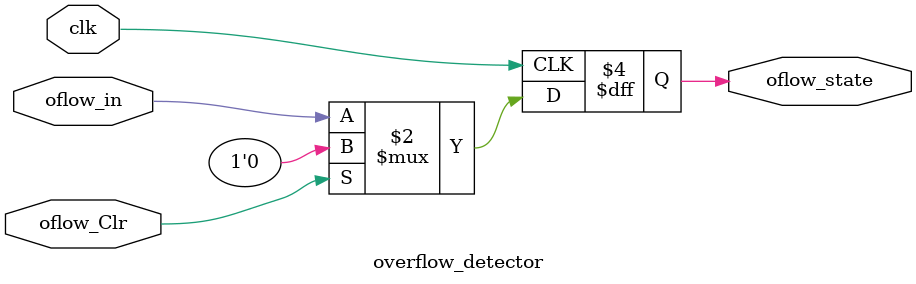
<source format=v>
`timescale 1ns / 1ps
module overflow_detector(
    input clk,
    input oflow_Clr,
	 input oflow_in,
    output reg oflow_state = 1'b0
    );

//initial rst_state = 1'b1;
always @(posedge clk) oflow_state <= (oflow_Clr) ? 1'b0 : oflow_in;


endmodule

</source>
